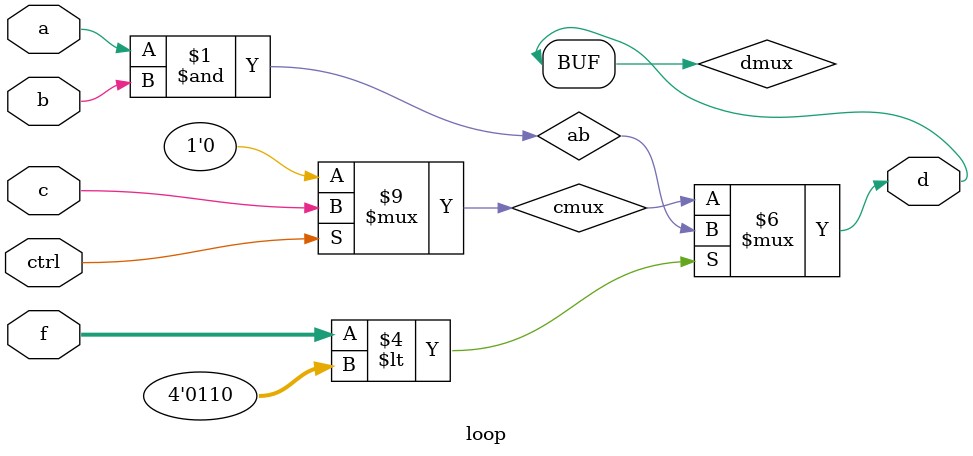
<source format=v>
module loop(
input a,b,c,ctrl,
input [3:0] f,
output d
);

wire ab;reg cmux, dmux;
	
	and(ab,a,b);	
	always @*
		begin
			if (ctrl)
				cmux = c;
			else
				cmux = 1'b0;
		end
	always @(cmux)
		begin
			if (f<4'b0110)
					dmux = ab;
				else
					dmux = cmux;
		end
	assign d = dmux;

endmodule

</source>
